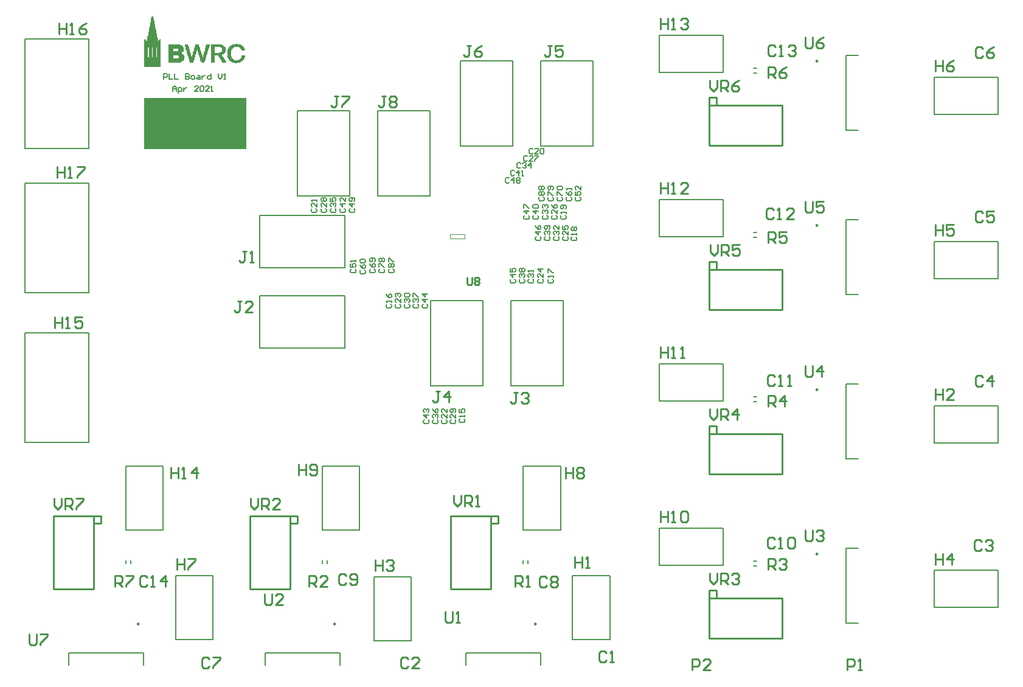
<source format=gto>
G04*
G04 #@! TF.GenerationSoftware,Altium Limited,Altium Designer,21.2.2 (38)*
G04*
G04 Layer_Color=65535*
%FSLAX25Y25*%
%MOIN*%
G70*
G04*
G04 #@! TF.SameCoordinates,52539C7D-95C9-4EB3-8E82-0DEE1B6B5610*
G04*
G04*
G04 #@! TF.FilePolarity,Positive*
G04*
G01*
G75*
%ADD10C,0.00984*%
%ADD11C,0.00200*%
%ADD12C,0.00787*%
%ADD13C,0.00600*%
%ADD14C,0.01000*%
%ADD15C,0.00500*%
%ADD16C,0.00800*%
%ADD17R,0.56500X0.28200*%
D10*
X303142Y94353D02*
X302403Y94779D01*
Y93927D01*
X303142Y94353D01*
X193113Y94353D02*
X192375Y94779D01*
Y93927D01*
X193113Y94353D01*
X457605Y132621D02*
X456866Y133047D01*
Y132195D01*
X457605Y132621D01*
Y222621D02*
X456866Y223047D01*
Y222195D01*
X457605Y222621D01*
X457605Y312621D02*
X456866Y313047D01*
Y312195D01*
X457605Y312621D01*
Y402621D02*
X456866Y403047D01*
Y402195D01*
X457605Y402621D01*
X85413Y94353D02*
X84675Y94779D01*
Y93927D01*
X85413Y94353D01*
D11*
X92794Y427025D02*
X93194Y426625D01*
X92594Y426825D02*
X92794Y427025D01*
X92394Y426625D02*
X92594Y426825D01*
X92994D02*
X93194Y426625D01*
X92594Y426825D02*
X92994D01*
X92394Y426625D02*
X93194D01*
X92394Y426425D02*
X93194D01*
X92394Y426225D02*
X93194D01*
X92394Y426025D02*
X93194D01*
X92194Y425825D02*
X93394D01*
X88425Y399525D02*
X97225D01*
X88425Y399725D02*
X97225D01*
X88425Y399925D02*
X97225D01*
X88425Y400125D02*
X97225D01*
X88425Y400325D02*
X97225D01*
X88425Y400525D02*
X97225D01*
X88425Y400725D02*
X97225D01*
X88425Y400925D02*
X97225D01*
X88425Y401125D02*
X97225D01*
X88425Y401325D02*
X97225D01*
X88425Y401525D02*
X97225D01*
X138225Y401725D02*
X139225D01*
X88425D02*
X97225D01*
X137225Y401925D02*
X140225D01*
X132825D02*
X133025D01*
X88425D02*
X97225D01*
X136625Y402125D02*
X140825D01*
X131225D02*
X133025D01*
X125025D02*
X126625D01*
X119625D02*
X121225D01*
X113425D02*
X115025D01*
X101625D02*
X108025D01*
X88425D02*
X97225D01*
X136225Y402325D02*
X141225D01*
X131225D02*
X133025D01*
X125025D02*
X126625D01*
X119625D02*
X121225D01*
X113425D02*
X115025D01*
X101625D02*
X108425D01*
X88425D02*
X97225D01*
X135825Y402525D02*
X141625D01*
X131025D02*
X132825D01*
X125025D02*
X126625D01*
X119425D02*
X121425D01*
X113425D02*
X115225D01*
X101625D02*
X108825D01*
X88425D02*
X97225D01*
X135625Y402725D02*
X141825D01*
X130825D02*
X132625D01*
X125025D02*
X126625D01*
X119425D02*
X121425D01*
X113225D02*
X115225D01*
X101625D02*
X109225D01*
X88425D02*
X97225D01*
X135425Y402925D02*
X142025D01*
X130825D02*
X132625D01*
X125025D02*
X126625D01*
X119425D02*
X121425D01*
X113225D02*
X115225D01*
X101625D02*
X109425D01*
X88425D02*
X97225D01*
X139825Y403125D02*
X142225D01*
X135225D02*
X138025D01*
X130625D02*
X132425D01*
X125025D02*
X126625D01*
X119225D02*
X121425D01*
X113225D02*
X115425D01*
X101625D02*
X109625D01*
X88425D02*
X97225D01*
X140225Y403325D02*
X142425D01*
X135025D02*
X137425D01*
X130625D02*
X132425D01*
X125025D02*
X126625D01*
X119225D02*
X121625D01*
X113025D02*
X115425D01*
X101625D02*
X109625D01*
X88425D02*
X97225D01*
X140625Y403525D02*
X142625D01*
X134825D02*
X137025D01*
X130425D02*
X132225D01*
X125025D02*
X126625D01*
X119225D02*
X121625D01*
X113025D02*
X115425D01*
X101625D02*
X109825D01*
X88425D02*
X97225D01*
X140825Y403725D02*
X142825D01*
X134825D02*
X136825D01*
X130225D02*
X132025D01*
X125025D02*
X126625D01*
X119225D02*
X121625D01*
X113025D02*
X115625D01*
X101625D02*
X110025D01*
X88425D02*
X97225D01*
X141025Y403925D02*
X142825D01*
X134625D02*
X136625D01*
X130225D02*
X132025D01*
X125025D02*
X126625D01*
X119025D02*
X121825D01*
X112825D02*
X115625D01*
X101625D02*
X110025D01*
X88425D02*
X97225D01*
X141225Y404125D02*
X143025D01*
X134625D02*
X136425D01*
X130025D02*
X131825D01*
X125025D02*
X126625D01*
X119025D02*
X121825D01*
X112825D02*
X115625D01*
X107025D02*
X110025D01*
X101625D02*
X104225D01*
X88425D02*
X97225D01*
X141425Y404325D02*
X143025D01*
X134425D02*
X136225D01*
X129825D02*
X131625D01*
X125025D02*
X126625D01*
X119025D02*
X121825D01*
X114425D02*
X115625D01*
X112825D02*
X114225D01*
X107225D02*
X110025D01*
X101625D02*
X104225D01*
X88425D02*
X97225D01*
X141625Y404525D02*
X143225D01*
X134425D02*
X136225D01*
X129825D02*
X131625D01*
X125025D02*
X126625D01*
X120425D02*
X122025D01*
X118825D02*
X120225D01*
X114425D02*
X115825D01*
X112625D02*
X114225D01*
X107425D02*
X110225D01*
X101625D02*
X104225D01*
X88425D02*
X97225D01*
X141625Y404725D02*
X143225D01*
X134225D02*
X136025D01*
X129625D02*
X131425D01*
X125025D02*
X126625D01*
X120625D02*
X122025D01*
X118825D02*
X120225D01*
X114425D02*
X115825D01*
X112625D02*
X114225D01*
X107425D02*
X110225D01*
X101625D02*
X104225D01*
X95425D02*
X97225D01*
X93225D02*
X94624D01*
X91025D02*
X92425D01*
X88425D02*
X90225D01*
X141625Y404925D02*
X143425D01*
X134225D02*
X136025D01*
X129425D02*
X131225D01*
X125025D02*
X126625D01*
X120625D02*
X122025D01*
X118825D02*
X120225D01*
X114425D02*
X115825D01*
X112625D02*
X114025D01*
X107425D02*
X110225D01*
X101625D02*
X104225D01*
X95425D02*
X97225D01*
X93225D02*
X94625D01*
X91025D02*
X92425D01*
X88425D02*
X90225D01*
X141825Y405125D02*
X143425D01*
X134225D02*
X135825D01*
X129425D02*
X131225D01*
X125025D02*
X126625D01*
X120625D02*
X122025D01*
X118625D02*
X120025D01*
X114625D02*
X116025D01*
X112625D02*
X114025D01*
X107425D02*
X110025D01*
X101625D02*
X104225D01*
X95425D02*
X97225D01*
X93225D02*
X94625D01*
X91025D02*
X92425D01*
X88425D02*
X90225D01*
X141825Y405325D02*
X143425D01*
X134225D02*
X135825D01*
X129225D02*
X131025D01*
X125025D02*
X126625D01*
X120825D02*
X122225D01*
X118625D02*
X120025D01*
X114625D02*
X116025D01*
X112425D02*
X114025D01*
X107425D02*
X110025D01*
X101625D02*
X104225D01*
X95425D02*
X97225D01*
X93225D02*
X94625D01*
X91025D02*
X92425D01*
X88425D02*
X90225D01*
X141825Y405525D02*
X143425D01*
X134025D02*
X135825D01*
X129225D02*
X130825D01*
X125025D02*
X126625D01*
X120825D02*
X122225D01*
X118625D02*
X120025D01*
X114625D02*
X116025D01*
X112425D02*
X113825D01*
X107425D02*
X110025D01*
X101625D02*
X104225D01*
X95425D02*
X97225D01*
X93225D02*
X94625D01*
X91025D02*
X92425D01*
X88425D02*
X90225D01*
X141825Y405725D02*
X142825D01*
X134025D02*
X135825D01*
X129025D02*
X130825D01*
X125025D02*
X126625D01*
X120825D02*
X122225D01*
X118425D02*
X119825D01*
X114825D02*
X116225D01*
X112425D02*
X113825D01*
X107225D02*
X109825D01*
X101625D02*
X104225D01*
X95425D02*
X97225D01*
X93225D02*
X94625D01*
X91025D02*
X92425D01*
X88425D02*
X90225D01*
X134025Y405925D02*
X135625D01*
X128825D02*
X130625D01*
X125025D02*
X126625D01*
X120825D02*
X122425D01*
X118425D02*
X119825D01*
X114825D02*
X116225D01*
X112225D02*
X113825D01*
X106625D02*
X109825D01*
X101625D02*
X104225D01*
X95425D02*
X97225D01*
X93225D02*
X94625D01*
X91025D02*
X92425D01*
X88425D02*
X90225D01*
X134025Y406125D02*
X135625D01*
X125025D02*
X130625D01*
X121025D02*
X122425D01*
X118425D02*
X119825D01*
X114825D02*
X116225D01*
X112225D02*
X113625D01*
X101625D02*
X109625D01*
X95425D02*
X97225D01*
X93225D02*
X94625D01*
X91025D02*
X92425D01*
X88425D02*
X90225D01*
X134025Y406325D02*
X135625D01*
X125025D02*
X131225D01*
X121025D02*
X122425D01*
X118225D02*
X119825D01*
X115025D02*
X116425D01*
X112225D02*
X113625D01*
X101625D02*
X109425D01*
X95425D02*
X97225D01*
X93225D02*
X94625D01*
X91025D02*
X92425D01*
X88425D02*
X90225D01*
X134025Y406525D02*
X135625D01*
X125025D02*
X131625D01*
X121025D02*
X122625D01*
X118225D02*
X119625D01*
X115025D02*
X116425D01*
X112025D02*
X113625D01*
X101625D02*
X109225D01*
X95425D02*
X97225D01*
X93225D02*
X94625D01*
X91025D02*
X92425D01*
X88425D02*
X90225D01*
X134025Y406725D02*
X135625D01*
X125025D02*
X131825D01*
X121225D02*
X122625D01*
X118225D02*
X119625D01*
X115025D02*
X116425D01*
X112025D02*
X113625D01*
X101625D02*
X108825D01*
X95425D02*
X97225D01*
X93225D02*
X94625D01*
X91025D02*
X92425D01*
X88425D02*
X90225D01*
X134025Y406925D02*
X135625D01*
X125025D02*
X132025D01*
X121225D02*
X122625D01*
X118025D02*
X119425D01*
X115025D02*
X116425D01*
X112025D02*
X113425D01*
X101625D02*
X108225D01*
X95425D02*
X97225D01*
X93225D02*
X94625D01*
X91025D02*
X92425D01*
X88425D02*
X90225D01*
X134025Y407125D02*
X135625D01*
X125025D02*
X132225D01*
X121225D02*
X122625D01*
X118025D02*
X119425D01*
X115225D02*
X116625D01*
X111825D02*
X113425D01*
X101625D02*
X108625D01*
X95425D02*
X97225D01*
X93225D02*
X94625D01*
X91025D02*
X92425D01*
X88425D02*
X90225D01*
X134025Y407325D02*
X135625D01*
X129825D02*
X132425D01*
X125025D02*
X126625D01*
X121225D02*
X122825D01*
X118025D02*
X119425D01*
X115225D02*
X116625D01*
X111825D02*
X113425D01*
X101625D02*
X108825D01*
X95425D02*
X97225D01*
X93225D02*
X94625D01*
X91025D02*
X92425D01*
X88425D02*
X90225D01*
X134025Y407525D02*
X135625D01*
X130425D02*
X132425D01*
X125025D02*
X126625D01*
X121425D02*
X122825D01*
X117825D02*
X119425D01*
X115225D02*
X116625D01*
X111825D02*
X113425D01*
X101625D02*
X109225D01*
X95425D02*
X97225D01*
X93225D02*
X94625D01*
X91025D02*
X92425D01*
X88425D02*
X90225D01*
X134025Y407725D02*
X135625D01*
X130825D02*
X132625D01*
X125025D02*
X126625D01*
X121425D02*
X122825D01*
X117825D02*
X119225D01*
X115425D02*
X116825D01*
X111825D02*
X113225D01*
X101625D02*
X109225D01*
X95425D02*
X97225D01*
X93225D02*
X94625D01*
X91025D02*
X92425D01*
X88425D02*
X90225D01*
X134025Y407925D02*
X135625D01*
X131025D02*
X132625D01*
X125025D02*
X126625D01*
X121425D02*
X123025D01*
X117825D02*
X119225D01*
X115425D02*
X116825D01*
X111625D02*
X113225D01*
X101625D02*
X109425D01*
X95425D02*
X97225D01*
X93225D02*
X94625D01*
X91025D02*
X92425D01*
X88425D02*
X90225D01*
X134025Y408125D02*
X135825D01*
X131025D02*
X132625D01*
X125025D02*
X126625D01*
X121625D02*
X123025D01*
X117625D02*
X119225D01*
X115425D02*
X116825D01*
X111625D02*
X113225D01*
X106825D02*
X109625D01*
X101625D02*
X104225D01*
X95425D02*
X97225D01*
X93225D02*
X94625D01*
X91025D02*
X92425D01*
X88425D02*
X90225D01*
X134225Y408325D02*
X135825D01*
X131225D02*
X132625D01*
X125025D02*
X126625D01*
X121625D02*
X123025D01*
X117625D02*
X119025D01*
X115625D02*
X117025D01*
X111625D02*
X113025D01*
X107025D02*
X109625D01*
X101625D02*
X104225D01*
X95425D02*
X97225D01*
X93225D02*
X94625D01*
X91025D02*
X92425D01*
X88425D02*
X90225D01*
X141825Y408525D02*
X142025D01*
X134225D02*
X135825D01*
X131225D02*
X132625D01*
X125025D02*
X126625D01*
X121625D02*
X123225D01*
X117625D02*
X119025D01*
X115625D02*
X117025D01*
X111425D02*
X113025D01*
X107225D02*
X109625D01*
X101625D02*
X104225D01*
X95425D02*
X97225D01*
X93225D02*
X94625D01*
X91025D02*
X92425D01*
X88425D02*
X90225D01*
X141825Y408725D02*
X143025D01*
X134225D02*
X136025D01*
X131225D02*
X132625D01*
X125025D02*
X126625D01*
X121625D02*
X123225D01*
X117625D02*
X119025D01*
X115625D02*
X117025D01*
X111425D02*
X113025D01*
X107225D02*
X109825D01*
X101625D02*
X104225D01*
X95425D02*
X97225D01*
X93225D02*
X94625D01*
X91025D02*
X92425D01*
X88425D02*
X90225D01*
X141625Y408925D02*
X143425D01*
X134225D02*
X136025D01*
X131225D02*
X132625D01*
X125025D02*
X126625D01*
X121825D02*
X123225D01*
X117425D02*
X118825D01*
X115825D02*
X117225D01*
X111425D02*
X113025D01*
X107225D02*
X109825D01*
X101625D02*
X104225D01*
X95425D02*
X97225D01*
X93225D02*
X94625D01*
X91025D02*
X92425D01*
X88425D02*
X90225D01*
X141625Y409125D02*
X143225D01*
X134425D02*
X136025D01*
X131225D02*
X132625D01*
X125025D02*
X126625D01*
X121825D02*
X123425D01*
X117425D02*
X118825D01*
X115825D02*
X117225D01*
X111225D02*
X112825D01*
X107225D02*
X109825D01*
X101625D02*
X104225D01*
X95425D02*
X97225D01*
X93225D02*
X94625D01*
X91025D02*
X92425D01*
X88425D02*
X90225D01*
X141425Y409325D02*
X143225D01*
X134425D02*
X136225D01*
X131025D02*
X132625D01*
X125025D02*
X126625D01*
X121825D02*
X123425D01*
X117425D02*
X118825D01*
X115825D02*
X117225D01*
X111225D02*
X112825D01*
X107025D02*
X109825D01*
X101625D02*
X104225D01*
X95425D02*
X97225D01*
X93225D02*
X94625D01*
X91025D02*
X92425D01*
X88425D02*
X90225D01*
X141425Y409525D02*
X143025D01*
X134625D02*
X136425D01*
X131025D02*
X132625D01*
X125025D02*
X126625D01*
X121825D02*
X123425D01*
X115825D02*
X118625D01*
X111225D02*
X112825D01*
X106825D02*
X109825D01*
X101625D02*
X104225D01*
X95425D02*
X97225D01*
X93225D02*
X94625D01*
X91025D02*
X92425D01*
X88425D02*
X90225D01*
X141225Y409725D02*
X143025D01*
X134625D02*
X136625D01*
X131025D02*
X132625D01*
X125025D02*
X126625D01*
X122025D02*
X123425D01*
X116025D02*
X118625D01*
X111025D02*
X112625D01*
X101625D02*
X109625D01*
X95425D02*
X97225D01*
X93225D02*
X94625D01*
X91025D02*
X92425D01*
X88425D02*
X90225D01*
X141025Y409925D02*
X142825D01*
X134825D02*
X136825D01*
X130825D02*
X132625D01*
X125025D02*
X126625D01*
X122025D02*
X123625D01*
X116025D02*
X118625D01*
X111025D02*
X112625D01*
X101625D02*
X109625D01*
X95425D02*
X97225D01*
X93225D02*
X94625D01*
X91025D02*
X92425D01*
X88425D02*
X90225D01*
X140825Y410125D02*
X142825D01*
X135025D02*
X137025D01*
X130625D02*
X132425D01*
X125025D02*
X126625D01*
X122025D02*
X123625D01*
X116025D02*
X118425D01*
X111025D02*
X112625D01*
X101625D02*
X109625D01*
X95425D02*
X97225D01*
X93225D02*
X94625D01*
X91025D02*
X92425D01*
X88425D02*
X90225D01*
X140425Y410325D02*
X142625D01*
X135025D02*
X137425D01*
X130025D02*
X132425D01*
X125025D02*
X126625D01*
X122225D02*
X123625D01*
X116225D02*
X118425D01*
X111025D02*
X112625D01*
X101625D02*
X109425D01*
X88425D02*
X97225D01*
X139825Y410525D02*
X142425D01*
X135225D02*
X137825D01*
X125025D02*
X132225D01*
X122225D02*
X123825D01*
X116225D02*
X118425D01*
X110825D02*
X112425D01*
X101625D02*
X109425D01*
X88425D02*
X97225D01*
X135425Y410725D02*
X142225D01*
X125025D02*
X132025D01*
X122225D02*
X123825D01*
X116225D02*
X118425D01*
X110825D02*
X112425D01*
X101625D02*
X109225D01*
X88425D02*
X97225D01*
X135625Y410925D02*
X142025D01*
X125025D02*
X131825D01*
X122225D02*
X123825D01*
X116425D02*
X118225D01*
X110825D02*
X112425D01*
X101625D02*
X109025D01*
X88425D02*
X97225D01*
X136025Y411125D02*
X141825D01*
X125025D02*
X131625D01*
X122425D02*
X124025D01*
X116425D02*
X118225D01*
X110625D02*
X112225D01*
X101625D02*
X108625D01*
X88425D02*
X97225D01*
X136225Y411325D02*
X141425D01*
X125025D02*
X131225D01*
X122425D02*
X124025D01*
X116425D02*
X118225D01*
X110625D02*
X112225D01*
X101625D02*
X108425D01*
X88425D02*
X97225D01*
X136625Y411525D02*
X141025D01*
X125025D02*
X130825D01*
X122425D02*
X124025D01*
X116425D02*
X118025D01*
X110625D02*
X112225D01*
X101625D02*
X107825D01*
X88425D02*
X97225D01*
X137225Y411725D02*
X140625D01*
X88425D02*
X97225D01*
X138425Y411925D02*
X139425D01*
X88425D02*
X97225D01*
X88425Y412125D02*
X97225D01*
X88425Y412325D02*
X97225D01*
X88425Y412525D02*
X97225D01*
X88425Y412725D02*
X97225D01*
X88425Y412925D02*
X97225D01*
X88425Y413125D02*
X97225D01*
X96025Y413325D02*
X97225D01*
X89825D02*
X95825D01*
X88425D02*
X89625D01*
X96025Y413525D02*
X97225D01*
X89825D02*
X95825D01*
X88425D02*
X89425D01*
X96225Y413725D02*
X97225D01*
X89825D02*
X95825D01*
X88425D02*
X89425D01*
X96425Y413925D02*
X97225D01*
X90025D02*
X95625D01*
X88425D02*
X89225D01*
X96625Y414125D02*
X97225D01*
X90025D02*
X95625D01*
X88425D02*
X89025D01*
X96825Y414325D02*
X97225D01*
X90025D02*
X95625D01*
X88425D02*
X88825D01*
X90025Y414525D02*
X95625D01*
X90025Y414725D02*
X95625D01*
X90025Y414925D02*
X95425D01*
X90225Y415125D02*
X95425D01*
X90225Y415325D02*
X95425D01*
X90225Y415525D02*
X95425D01*
X90225Y415725D02*
X95225D01*
X90225Y415925D02*
X95225D01*
X90425Y416125D02*
X95225D01*
X90425Y416325D02*
X95225D01*
X90425Y416525D02*
X95225D01*
X90425Y416725D02*
X95225D01*
X90625Y416925D02*
X95025D01*
X90625Y417125D02*
X95025D01*
X90625Y417325D02*
X95025D01*
X90625Y417525D02*
X95025D01*
X90625Y417725D02*
X95025D01*
X90825Y417925D02*
X94825D01*
X90825Y418125D02*
X94825D01*
X90825Y418325D02*
X94825D01*
X90825Y418525D02*
X94825D01*
X90825Y418725D02*
X94625D01*
X91025Y418925D02*
X94625D01*
X91025Y419125D02*
X94625D01*
X91025Y419325D02*
X94625D01*
X91025Y419525D02*
X94625D01*
X91025Y419725D02*
X94625D01*
X91225Y419925D02*
X94425D01*
X91225Y420125D02*
X94425D01*
X91225Y420325D02*
X94425D01*
X91225Y420525D02*
X94425D01*
X91225Y420725D02*
X94225D01*
X91425Y420925D02*
X94225D01*
X91425Y421125D02*
X94225D01*
X91425Y421325D02*
X94225D01*
X91425Y421525D02*
X94225D01*
X91625Y421725D02*
X94025D01*
X91625Y421925D02*
X94025D01*
X91625Y422125D02*
X94025D01*
X91625Y422325D02*
X94025D01*
X91625Y422525D02*
X94025D01*
X91625Y422725D02*
X93825D01*
X91825Y422925D02*
X93825D01*
X91825Y423125D02*
X93825D01*
X91825Y423325D02*
X93825D01*
X91825Y423525D02*
X93825D01*
X91825Y423725D02*
X93625D01*
X92025Y423925D02*
X93625D01*
X92025Y424125D02*
X93625D01*
X92025Y424325D02*
X93625D01*
X92025Y424525D02*
X93625D01*
X92225Y424725D02*
X93425D01*
X92225Y424925D02*
X93425D01*
X92194Y425425D02*
X93394D01*
X92194Y425625D02*
X93394D01*
X92194Y425225D02*
X93394D01*
X92194Y425125D02*
X93394D01*
X97025Y414525D02*
X97225Y414325D01*
X96825D02*
X97025Y414525D01*
X88625D02*
X88825Y414325D01*
X88425D02*
X88625Y414525D01*
X256101Y305154D02*
Y307654D01*
X264101D01*
Y305154D02*
Y307654D01*
X256101Y305154D02*
X264101D01*
D12*
X186200Y145731D02*
Y180731D01*
Y145731D02*
X206600D01*
Y180731D01*
X186200D02*
X206600D01*
X78500Y145731D02*
Y180731D01*
Y145731D02*
X98900D01*
Y180731D01*
X78500D02*
X98900D01*
X23200Y335555D02*
X58200D01*
X23200Y275555D02*
Y335555D01*
Y275555D02*
X58200D01*
Y335555D01*
X23200Y253647D02*
X58200D01*
X23200Y193647D02*
Y253647D01*
Y193647D02*
X58200D01*
Y253647D01*
X23200Y414555D02*
X58200D01*
X23200Y354555D02*
Y414555D01*
Y354555D02*
X58200D01*
Y414555D01*
X323228Y85731D02*
X343628D01*
X323228D02*
Y120731D01*
X343628D01*
Y85731D02*
Y120731D01*
X214447Y84900D02*
X234847D01*
X214447D02*
Y119900D01*
X234847D01*
Y84900D02*
Y119900D01*
X556400Y103300D02*
Y123700D01*
X521400Y103300D02*
X556400D01*
X521400D02*
Y123700D01*
X556400D01*
Y283300D02*
Y303700D01*
X521400Y283300D02*
X556400D01*
X521400D02*
Y303700D01*
X556400D01*
Y373300D02*
Y393700D01*
X521400Y373300D02*
X556400D01*
X521400D02*
Y393700D01*
X556400D01*
X105667Y85731D02*
X126067D01*
X105667D02*
Y120731D01*
X126067D01*
Y85731D02*
Y120731D01*
X296228Y180731D02*
X316628D01*
Y145731D02*
Y180731D01*
X296228Y145731D02*
X316628D01*
X296228D02*
Y180731D01*
X370735Y126200D02*
Y146600D01*
X405734D01*
Y126200D02*
Y146600D01*
X370735Y126200D02*
X405734D01*
X370735Y216200D02*
Y236600D01*
X405734D01*
Y216200D02*
Y236600D01*
X370735Y216200D02*
X405734D01*
X370735Y306200D02*
Y326600D01*
X405734D01*
Y306200D02*
Y326600D01*
X370735Y306200D02*
X405734D01*
X370735Y396200D02*
Y416600D01*
X405734D01*
Y396200D02*
Y416600D01*
X370735Y396200D02*
X405734D01*
X556400Y193300D02*
Y213700D01*
X521400Y193300D02*
X556400D01*
X521400D02*
Y213700D01*
X556400D01*
X264756Y78408D02*
X305701D01*
X264756Y71518D02*
Y78408D01*
X305701Y71518D02*
Y78408D01*
X154727Y78408D02*
X195672D01*
X154727Y71518D02*
Y78408D01*
X195672Y71518D02*
Y78408D01*
X473057Y94727D02*
Y135672D01*
Y94727D02*
X479947D01*
X473057Y135672D02*
X479947D01*
X473057Y184728D02*
Y225672D01*
Y184728D02*
X479947D01*
X473057Y225672D02*
X479947D01*
X473057Y274728D02*
Y315672D01*
Y274728D02*
X479947D01*
X473057Y315672D02*
X479947D01*
X473057Y364727D02*
Y405672D01*
Y364727D02*
X479947D01*
X473057Y405672D02*
X479947D01*
X47028Y78408D02*
X87972D01*
X47028Y71518D02*
Y78408D01*
X87972Y71518D02*
Y78408D01*
X422503Y218778D02*
X424078D01*
X422503Y216022D02*
X424078D01*
X422503Y306022D02*
X424078D01*
X422503Y308778D02*
X424078D01*
X422503Y398778D02*
X424078D01*
X422503Y396022D02*
X424078D01*
X422503Y128778D02*
X424078D01*
X422503Y126022D02*
X424078D01*
X188778Y127387D02*
Y128962D01*
X186022Y127387D02*
Y128962D01*
X296050Y127387D02*
Y128962D01*
X298806Y127387D02*
Y128962D01*
X81078Y127387D02*
Y128962D01*
X78322Y127387D02*
Y128962D01*
D13*
X334400Y355900D02*
Y402500D01*
X305800Y355900D02*
X334400D01*
X305800D02*
Y402500D01*
X334400D01*
X261800Y355900D02*
X290400D01*
Y402500D01*
X261800D02*
X290400D01*
X261800Y355900D02*
Y402500D01*
X318101Y224700D02*
Y271300D01*
X289501Y224700D02*
X318101D01*
X289501D02*
Y271300D01*
X318101D01*
X245501Y224700D02*
X274101D01*
Y271300D01*
X245501D02*
X274101D01*
X245501Y224700D02*
Y271300D01*
X172550Y328700D02*
Y375300D01*
X201150D01*
Y328700D02*
Y375300D01*
X172550Y328700D02*
X201150D01*
X216550Y375300D02*
X245150D01*
X216550Y328700D02*
Y375300D01*
Y328700D02*
X245150D01*
Y375300D01*
X151700Y318000D02*
X198300D01*
Y289400D02*
Y318000D01*
X151700Y289400D02*
X198300D01*
X151700D02*
Y318000D01*
X198300Y245400D02*
Y274000D01*
X151700D02*
X198300D01*
X151700Y245400D02*
Y274000D01*
Y245400D02*
X198300D01*
D14*
X282528Y149375D02*
Y153375D01*
X278528D02*
X282528D01*
Y149675D02*
X282533Y149671D01*
X278533Y149375D02*
X282533D01*
X256428Y153375D02*
X278428D01*
X256428Y113375D02*
X278428D01*
X256428D02*
Y153375D01*
X278428Y113375D02*
Y153375D01*
X172500Y149375D02*
Y153375D01*
X168500D02*
X172500D01*
Y149675D02*
X172504Y149671D01*
X168504Y149375D02*
X172504D01*
X146400Y153375D02*
X168400D01*
X146400Y113375D02*
X168400D01*
X146400D02*
Y153375D01*
X168400Y113375D02*
Y153375D01*
X398090Y112500D02*
X402090D01*
X398090Y108500D02*
Y112500D01*
X401790D02*
X401795Y112504D01*
X402090Y108504D02*
Y112504D01*
X398090Y86400D02*
Y108400D01*
X438090Y86400D02*
Y108400D01*
X398090Y86400D02*
X438090D01*
X398090Y108400D02*
X438090D01*
X398090Y202500D02*
X402090D01*
X398090Y198500D02*
Y202500D01*
X401790D02*
X401795Y202504D01*
X402090Y198504D02*
Y202504D01*
X398090Y176400D02*
Y198400D01*
X438090Y176400D02*
Y198400D01*
X398090Y176400D02*
X438090D01*
X398090Y198400D02*
X438090D01*
X398090Y292500D02*
X402090D01*
X398090Y288500D02*
Y292500D01*
X401790D02*
X401795Y292504D01*
X402090Y288504D02*
Y292504D01*
X398090Y266400D02*
Y288400D01*
X438090Y266400D02*
Y288400D01*
X398090Y266400D02*
X438090D01*
X398090Y288400D02*
X438090D01*
X398090Y382500D02*
X402090D01*
X398090Y378500D02*
Y382500D01*
X401790D02*
X401795Y382504D01*
X402090Y378504D02*
Y382504D01*
X398090Y356400D02*
Y378400D01*
X438090Y356400D02*
Y378400D01*
X398090Y356400D02*
X438090D01*
X398090Y378400D02*
X438090D01*
X64800Y149375D02*
Y153375D01*
X60800D02*
X64800D01*
Y149675D02*
X64804Y149671D01*
X60804Y149375D02*
X64804D01*
X38700Y153375D02*
X60700D01*
X38700Y113375D02*
X60700D01*
X38700D02*
Y153375D01*
X60700Y113375D02*
Y153375D01*
X173102Y181505D02*
Y175507D01*
Y178506D01*
X177100D01*
Y181505D01*
Y175507D01*
X179100Y176506D02*
X180099Y175507D01*
X182099D01*
X183098Y176506D01*
Y180505D01*
X182099Y181505D01*
X180099D01*
X179100Y180505D01*
Y179505D01*
X180099Y178506D01*
X183098D01*
X102998Y180099D02*
Y174101D01*
Y177100D01*
X106997D01*
Y180099D01*
Y174101D01*
X108996D02*
X110995D01*
X109996D01*
Y180099D01*
X108996Y179099D01*
X116993Y174101D02*
Y180099D01*
X113994Y177100D01*
X117993D01*
X40652Y344699D02*
Y338701D01*
Y341700D01*
X44651D01*
Y344699D01*
Y338701D01*
X46650D02*
X48650D01*
X47650D01*
Y344699D01*
X46650Y343699D01*
X51649Y344699D02*
X55648D01*
Y343699D01*
X51649Y339701D01*
Y338701D01*
X39602Y262449D02*
Y256451D01*
Y259450D01*
X43601D01*
Y262449D01*
Y256451D01*
X45601D02*
X47600D01*
X46600D01*
Y262449D01*
X45601Y261449D01*
X54598Y262449D02*
X50599D01*
Y259450D01*
X52598Y260450D01*
X53598D01*
X54598Y259450D01*
Y257451D01*
X53598Y256451D01*
X51599D01*
X50599Y257451D01*
X41802Y423399D02*
Y417401D01*
Y420400D01*
X45801D01*
Y423399D01*
Y417401D01*
X47800D02*
X49800D01*
X48800D01*
Y423399D01*
X47800Y422399D01*
X56798Y423399D02*
X54798Y422399D01*
X52799Y420400D01*
Y418401D01*
X53799Y417401D01*
X55798D01*
X56798Y418401D01*
Y419400D01*
X55798Y420400D01*
X52799D01*
X267300Y411099D02*
X265301D01*
X266301D01*
Y406101D01*
X265301Y405101D01*
X264301D01*
X263302Y406101D01*
X273298Y411099D02*
X271299Y410099D01*
X269300Y408100D01*
Y406101D01*
X270299Y405101D01*
X272299D01*
X273298Y406101D01*
Y407100D01*
X272299Y408100D01*
X269300D01*
X473900Y69100D02*
Y75098D01*
X476899D01*
X477899Y74098D01*
Y72099D01*
X476899Y71099D01*
X473900D01*
X479898Y69100D02*
X481897D01*
X480898D01*
Y75098D01*
X479898Y74098D01*
X388900Y69100D02*
Y75098D01*
X391899D01*
X392899Y74098D01*
Y72099D01*
X391899Y71099D01*
X388900D01*
X398897Y69100D02*
X394898D01*
X398897Y73099D01*
Y74098D01*
X397897Y75098D01*
X395898D01*
X394898Y74098D01*
X547999Y229198D02*
X546999Y230198D01*
X545000D01*
X544000Y229198D01*
Y225200D01*
X545000Y224200D01*
X546999D01*
X547999Y225200D01*
X552997Y224200D02*
Y230198D01*
X549998Y227199D01*
X553997D01*
X522000Y223098D02*
Y217100D01*
Y220099D01*
X525999D01*
Y223098D01*
Y217100D01*
X531997D02*
X527998D01*
X531997Y221099D01*
Y222098D01*
X530997Y223098D01*
X528998D01*
X527998Y222098D01*
X311899Y410998D02*
X309899D01*
X310899D01*
Y406000D01*
X309899Y405000D01*
X308900D01*
X307900Y406000D01*
X317897Y410998D02*
X313898D01*
Y407999D01*
X315897Y408999D01*
X316897D01*
X317897Y407999D01*
Y406000D01*
X316897Y405000D01*
X314898D01*
X313898Y406000D01*
X141900Y271099D02*
X139901D01*
X140901D01*
Y266101D01*
X139901Y265101D01*
X138901D01*
X137902Y266101D01*
X147898Y265101D02*
X143900D01*
X147898Y269100D01*
Y270099D01*
X146899Y271099D01*
X144899D01*
X143900Y270099D01*
X144400Y298399D02*
X142401D01*
X143400D01*
Y293401D01*
X142401Y292401D01*
X141401D01*
X140401Y293401D01*
X146399Y292401D02*
X148399D01*
X147399D01*
Y298399D01*
X146399Y297399D01*
X434201Y140499D02*
X433202Y141499D01*
X431202D01*
X430202Y140499D01*
Y136501D01*
X431202Y135501D01*
X433202D01*
X434201Y136501D01*
X436201Y135501D02*
X438200D01*
X437200D01*
Y141499D01*
X436201Y140499D01*
X441199D02*
X442199Y141499D01*
X444198D01*
X445198Y140499D01*
Y136501D01*
X444198Y135501D01*
X442199D01*
X441199Y136501D01*
Y140499D01*
X39200Y162873D02*
Y158874D01*
X41199Y156875D01*
X43199Y158874D01*
Y162873D01*
X45198Y156875D02*
Y162873D01*
X48197D01*
X49197Y161873D01*
Y159874D01*
X48197Y158874D01*
X45198D01*
X47197D02*
X49197Y156875D01*
X51196Y162873D02*
X55195D01*
Y161873D01*
X51196Y157875D01*
Y156875D01*
X398590Y391998D02*
Y387999D01*
X400590Y386000D01*
X402589Y387999D01*
Y391998D01*
X404588Y386000D02*
Y391998D01*
X407587D01*
X408587Y390998D01*
Y388999D01*
X407587Y387999D01*
X404588D01*
X406588D02*
X408587Y386000D01*
X414585Y391998D02*
X412586Y390998D01*
X410587Y388999D01*
Y387000D01*
X411586Y386000D01*
X413586D01*
X414585Y387000D01*
Y387999D01*
X413586Y388999D01*
X410587D01*
X398635Y301998D02*
Y297999D01*
X400634Y296000D01*
X402633Y297999D01*
Y301998D01*
X404633Y296000D02*
Y301998D01*
X407632D01*
X408631Y300998D01*
Y298999D01*
X407632Y297999D01*
X404633D01*
X406632D02*
X408631Y296000D01*
X414629Y301998D02*
X410631D01*
Y298999D01*
X412630Y299999D01*
X413630D01*
X414629Y298999D01*
Y297000D01*
X413630Y296000D01*
X411630D01*
X410631Y297000D01*
X398565Y211998D02*
Y207999D01*
X400564Y206000D01*
X402564Y207999D01*
Y211998D01*
X404563Y206000D02*
Y211998D01*
X407562D01*
X408562Y210998D01*
Y208999D01*
X407562Y207999D01*
X404563D01*
X406563D02*
X408562Y206000D01*
X413560D02*
Y211998D01*
X410561Y208999D01*
X414560D01*
X398600Y121998D02*
Y117999D01*
X400599Y116000D01*
X402599Y117999D01*
Y121998D01*
X404598Y116000D02*
Y121998D01*
X407597D01*
X408597Y120998D01*
Y118999D01*
X407597Y117999D01*
X404598D01*
X406597D02*
X408597Y116000D01*
X410596Y120998D02*
X411596Y121998D01*
X413595D01*
X414595Y120998D01*
Y119999D01*
X413595Y118999D01*
X412596D01*
X413595D01*
X414595Y117999D01*
Y117000D01*
X413595Y116000D01*
X411596D01*
X410596Y117000D01*
X146900Y162829D02*
Y158830D01*
X148899Y156831D01*
X150899Y158830D01*
Y162829D01*
X152898Y156831D02*
Y162829D01*
X155897D01*
X156897Y161829D01*
Y159830D01*
X155897Y158830D01*
X152898D01*
X154897D02*
X156897Y156831D01*
X162895D02*
X158896D01*
X162895Y160829D01*
Y161829D01*
X161895Y162829D01*
X159896D01*
X158896Y161829D01*
X258262Y164474D02*
Y160475D01*
X260261Y158476D01*
X262261Y160475D01*
Y164474D01*
X264260Y158476D02*
Y164474D01*
X267259D01*
X268259Y163474D01*
Y161475D01*
X267259Y160475D01*
X264260D01*
X266259D02*
X268259Y158476D01*
X270258D02*
X272257D01*
X271258D01*
Y164474D01*
X270258Y163474D01*
X265482Y284094D02*
Y280761D01*
X266149Y280095D01*
X267481D01*
X268148Y280761D01*
Y284094D01*
X269481Y283427D02*
X270147Y284094D01*
X271480D01*
X272147Y283427D01*
Y282761D01*
X271480Y282094D01*
X272147Y281428D01*
Y280761D01*
X271480Y280095D01*
X270147D01*
X269481Y280761D01*
Y281428D01*
X270147Y282094D01*
X269481Y282761D01*
Y283427D01*
X270147Y282094D02*
X271480D01*
X25502Y88730D02*
Y83731D01*
X26501Y82732D01*
X28501D01*
X29500Y83731D01*
Y88730D01*
X31500D02*
X35498D01*
Y87730D01*
X31500Y83731D01*
Y82732D01*
X450690Y415798D02*
Y410800D01*
X451690Y409800D01*
X453689D01*
X454689Y410800D01*
Y415798D01*
X460687D02*
X458688Y414798D01*
X456688Y412799D01*
Y410800D01*
X457688Y409800D01*
X459688D01*
X460687Y410800D01*
Y411799D01*
X459688Y412799D01*
X456688D01*
X450735Y325798D02*
Y320800D01*
X451734Y319800D01*
X453733D01*
X454733Y320800D01*
Y325798D01*
X460731D02*
X456733D01*
Y322799D01*
X458732Y323799D01*
X459732D01*
X460731Y322799D01*
Y320800D01*
X459732Y319800D01*
X457732D01*
X456733Y320800D01*
X450765Y235798D02*
Y230800D01*
X451765Y229800D01*
X453764D01*
X454764Y230800D01*
Y235798D01*
X459762Y229800D02*
Y235798D01*
X456763Y232799D01*
X460762D01*
X450700Y145798D02*
Y140800D01*
X451700Y139800D01*
X453699D01*
X454699Y140800D01*
Y145798D01*
X456698Y144798D02*
X457698Y145798D01*
X459697D01*
X460697Y144798D01*
Y143799D01*
X459697Y142799D01*
X458697D01*
X459697D01*
X460697Y141799D01*
Y140800D01*
X459697Y139800D01*
X457698D01*
X456698Y140800D01*
X154600Y110729D02*
Y105730D01*
X155600Y104731D01*
X157599D01*
X158599Y105730D01*
Y110729D01*
X164597Y104731D02*
X160598D01*
X164597Y108729D01*
Y109729D01*
X163597Y110729D01*
X161598D01*
X160598Y109729D01*
X253461Y100875D02*
Y95877D01*
X254461Y94877D01*
X256460D01*
X257460Y95877D01*
Y100875D01*
X259459Y94877D02*
X261458D01*
X260459D01*
Y100875D01*
X259459Y99875D01*
X72502Y114732D02*
Y120730D01*
X75501D01*
X76500Y119730D01*
Y117731D01*
X75501Y116731D01*
X72502D01*
X74501D02*
X76500Y114732D01*
X78500Y120730D02*
X82498D01*
Y119730D01*
X78500Y115731D01*
Y114732D01*
X430502Y393251D02*
Y399249D01*
X433501D01*
X434500Y398249D01*
Y396250D01*
X433501Y395250D01*
X430502D01*
X432501D02*
X434500Y393251D01*
X440498Y399249D02*
X438499Y398249D01*
X436500Y396250D01*
Y394251D01*
X437499Y393251D01*
X439499D01*
X440498Y394251D01*
Y395250D01*
X439499Y396250D01*
X436500D01*
X430502Y303101D02*
Y309099D01*
X433501D01*
X434500Y308099D01*
Y306100D01*
X433501Y305100D01*
X430502D01*
X432501D02*
X434500Y303101D01*
X440498Y309099D02*
X436500D01*
Y306100D01*
X438499Y307100D01*
X439499D01*
X440498Y306100D01*
Y304101D01*
X439499Y303101D01*
X437499D01*
X436500Y304101D01*
X430302Y213217D02*
Y219215D01*
X433301D01*
X434300Y218215D01*
Y216216D01*
X433301Y215216D01*
X430302D01*
X432301D02*
X434300Y213217D01*
X439299D02*
Y219215D01*
X436300Y216216D01*
X440298D01*
X178765Y114732D02*
Y120730D01*
X181764D01*
X182763Y119730D01*
Y117731D01*
X181764Y116731D01*
X178765D01*
X180764D02*
X182763Y114732D01*
X188761D02*
X184763D01*
X188761Y118730D01*
Y119730D01*
X187762Y120730D01*
X185762D01*
X184763Y119730D01*
X430602Y123901D02*
Y129899D01*
X433601D01*
X434600Y128899D01*
Y126900D01*
X433601Y125900D01*
X430602D01*
X432601D02*
X434600Y123901D01*
X436600Y128899D02*
X437599Y129899D01*
X439599D01*
X440598Y128899D01*
Y127900D01*
X439599Y126900D01*
X438599D01*
X439599D01*
X440598Y125900D01*
Y124901D01*
X439599Y123901D01*
X437599D01*
X436600Y124901D01*
X291861Y114477D02*
Y120475D01*
X294860D01*
X295860Y119475D01*
Y117476D01*
X294860Y116476D01*
X291861D01*
X293860D02*
X295860Y114477D01*
X297859D02*
X299858D01*
X298859D01*
Y120475D01*
X297859Y119475D01*
X220950Y383399D02*
X218951D01*
X219951D01*
Y378401D01*
X218951Y377401D01*
X217951D01*
X216952Y378401D01*
X222950Y382399D02*
X223949Y383399D01*
X225949D01*
X226948Y382399D01*
Y381400D01*
X225949Y380400D01*
X226948Y379400D01*
Y378401D01*
X225949Y377401D01*
X223949D01*
X222950Y378401D01*
Y379400D01*
X223949Y380400D01*
X222950Y381400D01*
Y382399D01*
X223949Y380400D02*
X225949D01*
X194850Y383299D02*
X192851D01*
X193851D01*
Y378301D01*
X192851Y377301D01*
X191851D01*
X190852Y378301D01*
X196850Y383299D02*
X200848D01*
Y382299D01*
X196850Y378301D01*
Y377301D01*
X250302Y221499D02*
X248302D01*
X249302D01*
Y216501D01*
X248302Y215501D01*
X247303D01*
X246303Y216501D01*
X255300Y215501D02*
Y221499D01*
X252301Y218500D01*
X256300D01*
X293201Y220899D02*
X291202D01*
X292202D01*
Y215901D01*
X291202Y214901D01*
X290202D01*
X289203Y215901D01*
X295201Y219899D02*
X296201Y220899D01*
X298200D01*
X299200Y219899D01*
Y218900D01*
X298200Y217900D01*
X297200D01*
X298200D01*
X299200Y216900D01*
Y215901D01*
X298200Y214901D01*
X296201D01*
X295201Y215901D01*
X371390Y425998D02*
Y420000D01*
Y422999D01*
X375389D01*
Y425998D01*
Y420000D01*
X377388D02*
X379388D01*
X378388D01*
Y425998D01*
X377388Y424998D01*
X382387D02*
X383386Y425998D01*
X385386D01*
X386385Y424998D01*
Y423999D01*
X385386Y422999D01*
X384386D01*
X385386D01*
X386385Y421999D01*
Y421000D01*
X385386Y420000D01*
X383386D01*
X382387Y421000D01*
X371335Y335998D02*
Y330000D01*
Y332999D01*
X375333D01*
Y335998D01*
Y330000D01*
X377332D02*
X379332D01*
X378332D01*
Y335998D01*
X377332Y334998D01*
X386330Y330000D02*
X382331D01*
X386330Y333999D01*
Y334998D01*
X385330Y335998D01*
X383331D01*
X382331Y334998D01*
X371365Y245998D02*
Y240000D01*
Y242999D01*
X375364D01*
Y245998D01*
Y240000D01*
X377363D02*
X379363D01*
X378363D01*
Y245998D01*
X377363Y244998D01*
X382362Y240000D02*
X384361D01*
X383361D01*
Y245998D01*
X382362Y244998D01*
X371300Y155998D02*
Y150000D01*
Y152999D01*
X375299D01*
Y155998D01*
Y150000D01*
X377298D02*
X379297D01*
X378298D01*
Y155998D01*
X377298Y154998D01*
X382296D02*
X383296Y155998D01*
X385296D01*
X386295Y154998D01*
Y151000D01*
X385296Y150000D01*
X383296D01*
X382296Y151000D01*
Y154998D01*
X319352Y179899D02*
Y173901D01*
Y176900D01*
X323350D01*
Y179899D01*
Y173901D01*
X325350Y178899D02*
X326349Y179899D01*
X328349D01*
X329348Y178899D01*
Y177900D01*
X328349Y176900D01*
X329348Y175900D01*
Y174901D01*
X328349Y173901D01*
X326349D01*
X325350Y174901D01*
Y175900D01*
X326349Y176900D01*
X325350Y177900D01*
Y178899D01*
X326349Y176900D02*
X328349D01*
X106300Y130073D02*
Y124075D01*
Y127074D01*
X110299D01*
Y130073D01*
Y124075D01*
X112298Y130073D02*
X116297D01*
Y129073D01*
X112298Y125075D01*
Y124075D01*
X522000Y403098D02*
Y397100D01*
Y400099D01*
X525999D01*
Y403098D01*
Y397100D01*
X531997Y403098D02*
X529997Y402098D01*
X527998Y400099D01*
Y398100D01*
X528998Y397100D01*
X530997D01*
X531997Y398100D01*
Y399099D01*
X530997Y400099D01*
X527998D01*
X522000Y313098D02*
Y307100D01*
Y310099D01*
X525999D01*
Y313098D01*
Y307100D01*
X531997Y313098D02*
X527998D01*
Y310099D01*
X529997Y311099D01*
X530997D01*
X531997Y310099D01*
Y308100D01*
X530997Y307100D01*
X528998D01*
X527998Y308100D01*
X522202Y132499D02*
Y126501D01*
Y129500D01*
X526200D01*
Y132499D01*
Y126501D01*
X531199D02*
Y132499D01*
X528200Y129500D01*
X532198D01*
X215048Y129298D02*
Y123300D01*
Y126299D01*
X219046D01*
Y129298D01*
Y123300D01*
X221045Y128298D02*
X222045Y129298D01*
X224045D01*
X225044Y128298D01*
Y127299D01*
X224045Y126299D01*
X223045D01*
X224045D01*
X225044Y125299D01*
Y124300D01*
X224045Y123300D01*
X222045D01*
X221045Y124300D01*
X324330Y131130D02*
Y125132D01*
Y128131D01*
X328328D01*
Y131130D01*
Y125132D01*
X330328D02*
X332327D01*
X331327D01*
Y131130D01*
X330328Y130130D01*
X90001Y119730D02*
X89001Y120730D01*
X87002D01*
X86002Y119730D01*
Y115731D01*
X87002Y114732D01*
X89001D01*
X90001Y115731D01*
X92001Y114732D02*
X94000D01*
X93000D01*
Y120730D01*
X92001Y119730D01*
X99998Y114732D02*
Y120730D01*
X96999Y117731D01*
X100998D01*
X434301Y410399D02*
X433301Y411399D01*
X431302D01*
X430302Y410399D01*
Y406401D01*
X431302Y405401D01*
X433301D01*
X434301Y406401D01*
X436301Y405401D02*
X438300D01*
X437300D01*
Y411399D01*
X436301Y410399D01*
X441299D02*
X442299Y411399D01*
X444298D01*
X445298Y410399D01*
Y409400D01*
X444298Y408400D01*
X443298D01*
X444298D01*
X445298Y407400D01*
Y406401D01*
X444298Y405401D01*
X442299D01*
X441299Y406401D01*
X433501Y320849D02*
X432502Y321849D01*
X430502D01*
X429502Y320849D01*
Y316851D01*
X430502Y315851D01*
X432502D01*
X433501Y316851D01*
X435500Y315851D02*
X437500D01*
X436500D01*
Y321849D01*
X435500Y320849D01*
X444498Y315851D02*
X440499D01*
X444498Y319850D01*
Y320849D01*
X443498Y321849D01*
X441499D01*
X440499Y320849D01*
X434101Y229499D02*
X433101Y230499D01*
X431102D01*
X430102Y229499D01*
Y225501D01*
X431102Y224501D01*
X433101D01*
X434101Y225501D01*
X436100Y224501D02*
X438099D01*
X437100D01*
Y230499D01*
X436100Y229499D01*
X441098Y224501D02*
X443098D01*
X442098D01*
Y230499D01*
X441098Y229499D01*
X199200Y120730D02*
X198201Y121730D01*
X196201D01*
X195202Y120730D01*
Y116731D01*
X196201Y115732D01*
X198201D01*
X199200Y116731D01*
X201200D02*
X202199Y115732D01*
X204199D01*
X205198Y116731D01*
Y120730D01*
X204199Y121730D01*
X202199D01*
X201200Y120730D01*
Y119730D01*
X202199Y118731D01*
X205198D01*
X309160Y119175D02*
X308160Y120175D01*
X306161D01*
X305161Y119175D01*
Y115177D01*
X306161Y114177D01*
X308160D01*
X309160Y115177D01*
X311159Y119175D02*
X312159Y120175D01*
X314158D01*
X315158Y119175D01*
Y118176D01*
X314158Y117176D01*
X315158Y116176D01*
Y115177D01*
X314158Y114177D01*
X312159D01*
X311159Y115177D01*
Y116176D01*
X312159Y117176D01*
X311159Y118176D01*
Y119175D01*
X312159Y117176D02*
X314158D01*
X124199Y75042D02*
X123199Y76042D01*
X121200D01*
X120200Y75042D01*
Y71044D01*
X121200Y70044D01*
X123199D01*
X124199Y71044D01*
X126198Y76042D02*
X130197D01*
Y75042D01*
X126198Y71044D01*
Y70044D01*
X547999Y409198D02*
X546999Y410198D01*
X545000D01*
X544000Y409198D01*
Y405200D01*
X545000Y404200D01*
X546999D01*
X547999Y405200D01*
X553997Y410198D02*
X551997Y409198D01*
X549998Y407199D01*
Y405200D01*
X550998Y404200D01*
X552997D01*
X553997Y405200D01*
Y406199D01*
X552997Y407199D01*
X549998D01*
X547999Y319198D02*
X546999Y320198D01*
X545000D01*
X544000Y319198D01*
Y315200D01*
X545000Y314200D01*
X546999D01*
X547999Y315200D01*
X553997Y320198D02*
X549998D01*
Y317199D01*
X551997Y318199D01*
X552997D01*
X553997Y317199D01*
Y315200D01*
X552997Y314200D01*
X550998D01*
X549998Y315200D01*
X547500Y139199D02*
X546501Y140199D01*
X544501D01*
X543502Y139199D01*
Y135201D01*
X544501Y134201D01*
X546501D01*
X547500Y135201D01*
X549500Y139199D02*
X550499Y140199D01*
X552499D01*
X553498Y139199D01*
Y138200D01*
X552499Y137200D01*
X551499D01*
X552499D01*
X553498Y136200D01*
Y135201D01*
X552499Y134201D01*
X550499D01*
X549500Y135201D01*
X233063Y75098D02*
X232063Y76098D01*
X230064D01*
X229064Y75098D01*
Y71100D01*
X230064Y70100D01*
X232063D01*
X233063Y71100D01*
X239061Y70100D02*
X235062D01*
X239061Y74099D01*
Y75098D01*
X238061Y76098D01*
X236062D01*
X235062Y75098D01*
X341684Y78299D02*
X340685Y79299D01*
X338685D01*
X337685Y78299D01*
Y74301D01*
X338685Y73301D01*
X340685D01*
X341684Y74301D01*
X343684Y73301D02*
X345683D01*
X344683D01*
Y79299D01*
X343684Y78299D01*
D15*
X99150Y392550D02*
Y395549D01*
X100649D01*
X101149Y395049D01*
Y394050D01*
X100649Y393550D01*
X99150D01*
X102149Y395549D02*
Y392550D01*
X104148D01*
X105148Y395549D02*
Y392550D01*
X107147D01*
X111146Y395549D02*
Y392550D01*
X112646D01*
X113145Y393050D01*
Y393550D01*
X112646Y394050D01*
X111146D01*
X112646D01*
X113145Y394549D01*
Y395049D01*
X112646Y395549D01*
X111146D01*
X114645Y392550D02*
X115645D01*
X116145Y393050D01*
Y394050D01*
X115645Y394549D01*
X114645D01*
X114145Y394050D01*
Y393050D01*
X114645Y392550D01*
X117644Y394549D02*
X118644D01*
X119143Y394050D01*
Y392550D01*
X117644D01*
X117144Y393050D01*
X117644Y393550D01*
X119143D01*
X120143Y394549D02*
Y392550D01*
Y393550D01*
X120643Y394050D01*
X121143Y394549D01*
X121643D01*
X125142Y395549D02*
Y392550D01*
X123642D01*
X123142Y393050D01*
Y394050D01*
X123642Y394549D01*
X125142D01*
X129140Y395549D02*
Y393550D01*
X130140Y392550D01*
X131140Y393550D01*
Y395549D01*
X132139Y392550D02*
X133139D01*
X132639D01*
Y395549D01*
X132139Y395049D01*
X104125Y385825D02*
Y387824D01*
X105125Y388824D01*
X106124Y387824D01*
Y385825D01*
Y387325D01*
X104125D01*
X107124Y384825D02*
Y387824D01*
X108624D01*
X109123Y387325D01*
Y386325D01*
X108624Y385825D01*
X107124D01*
X110123Y387824D02*
Y385825D01*
Y386825D01*
X110623Y387325D01*
X111123Y387824D01*
X111623D01*
X118121Y385825D02*
X116121D01*
X118121Y387824D01*
Y388324D01*
X117621Y388824D01*
X116621D01*
X116121Y388324D01*
X119120D02*
X119620Y388824D01*
X120620D01*
X121119Y388324D01*
Y386325D01*
X120620Y385825D01*
X119620D01*
X119120Y386325D01*
Y388324D01*
X124118Y385825D02*
X122119D01*
X124118Y387824D01*
Y388324D01*
X123619Y388824D01*
X122619D01*
X122119Y388324D01*
X125118Y385825D02*
X126118D01*
X125618D01*
Y388824D01*
X125118Y388324D01*
D16*
X325237Y328002D02*
X324737Y327502D01*
Y326503D01*
X325237Y326003D01*
X327236D01*
X327736Y326503D01*
Y327502D01*
X327236Y328002D01*
X324737Y331001D02*
Y329002D01*
X326236D01*
X325736Y330002D01*
Y330502D01*
X326236Y331001D01*
X327236D01*
X327736Y330502D01*
Y329502D01*
X327236Y329002D01*
X327736Y334000D02*
Y332001D01*
X325736Y334000D01*
X325237D01*
X324737Y333501D01*
Y332501D01*
X325237Y332001D01*
X320236Y328002D02*
X319737Y327502D01*
Y326503D01*
X320236Y326003D01*
X322236D01*
X322736Y326503D01*
Y327502D01*
X322236Y328002D01*
X319737Y331001D02*
X320236Y330002D01*
X321236Y329002D01*
X322236D01*
X322736Y329502D01*
Y330502D01*
X322236Y331001D01*
X321736D01*
X321236Y330502D01*
Y329002D01*
X322736Y332001D02*
Y333001D01*
Y332501D01*
X319737D01*
X320236Y332001D01*
X315236Y328002D02*
X314737Y327502D01*
Y326503D01*
X315236Y326003D01*
X317236D01*
X317736Y326503D01*
Y327502D01*
X317236Y328002D01*
X314737Y329002D02*
Y331001D01*
X315236D01*
X317236Y329002D01*
X317736D01*
X315236Y332001D02*
X314737Y332501D01*
Y333501D01*
X315236Y334000D01*
X317236D01*
X317736Y333501D01*
Y332501D01*
X317236Y332001D01*
X315236D01*
X310237Y328002D02*
X309737Y327502D01*
Y326503D01*
X310237Y326003D01*
X312236D01*
X312736Y326503D01*
Y327502D01*
X312236Y328002D01*
X309737Y329002D02*
Y331001D01*
X310237D01*
X312236Y329002D01*
X312736D01*
X312236Y332001D02*
X312736Y332501D01*
Y333501D01*
X312236Y334000D01*
X310237D01*
X309737Y333501D01*
Y332501D01*
X310237Y332001D01*
X310736D01*
X311236Y332501D01*
Y334000D01*
X305237Y328002D02*
X304737Y327502D01*
Y326503D01*
X305237Y326003D01*
X307236D01*
X307736Y326503D01*
Y327502D01*
X307236Y328002D01*
X305237Y329002D02*
X304737Y329502D01*
Y330502D01*
X305237Y331001D01*
X305736D01*
X306236Y330502D01*
X306736Y331001D01*
X307236D01*
X307736Y330502D01*
Y329502D01*
X307236Y329002D01*
X306736D01*
X306236Y329502D01*
X305736Y329002D01*
X305237D01*
X306236Y329502D02*
Y330502D01*
X305237Y332001D02*
X304737Y332501D01*
Y333501D01*
X305237Y334000D01*
X305736D01*
X306236Y333501D01*
X306736Y334000D01*
X307236D01*
X307736Y333501D01*
Y332501D01*
X307236Y332001D01*
X306736D01*
X306236Y332501D01*
X305736Y332001D01*
X305237D01*
X306236Y332501D02*
Y333501D01*
X317250Y318085D02*
X316750Y317585D01*
Y316586D01*
X317250Y316086D01*
X319249D01*
X319749Y316586D01*
Y317585D01*
X319249Y318085D01*
X319749Y319085D02*
Y320085D01*
Y319585D01*
X316750D01*
X317250Y319085D01*
X319249Y321584D02*
X319749Y322084D01*
Y323084D01*
X319249Y323584D01*
X317250D01*
X316750Y323084D01*
Y322084D01*
X317250Y321584D01*
X317750D01*
X318250Y322084D01*
Y323584D01*
X312188Y317835D02*
X311688Y317336D01*
Y316336D01*
X312188Y315836D01*
X314187D01*
X314687Y316336D01*
Y317336D01*
X314187Y317835D01*
X314687Y320834D02*
Y318835D01*
X312687Y320834D01*
X312188D01*
X311688Y320335D01*
Y319335D01*
X312188Y318835D01*
X311688Y323833D02*
X312188Y322834D01*
X313187Y321834D01*
X314187D01*
X314687Y322334D01*
Y323334D01*
X314187Y323833D01*
X313687D01*
X313187Y323334D01*
Y321834D01*
X307125Y317835D02*
X306625Y317336D01*
Y316336D01*
X307125Y315836D01*
X309124D01*
X309624Y316336D01*
Y317336D01*
X309124Y317835D01*
X307125Y318835D02*
X306625Y319335D01*
Y320335D01*
X307125Y320834D01*
X307625D01*
X308125Y320335D01*
Y319835D01*
Y320335D01*
X308625Y320834D01*
X309124D01*
X309624Y320335D01*
Y319335D01*
X309124Y318835D01*
X307125Y321834D02*
X306625Y322334D01*
Y323334D01*
X307125Y323833D01*
X307625D01*
X308125Y323334D01*
Y322834D01*
Y323334D01*
X308625Y323833D01*
X309124D01*
X309624Y323334D01*
Y322334D01*
X309124Y321834D01*
X302063Y317835D02*
X301563Y317336D01*
Y316336D01*
X302063Y315836D01*
X304062D01*
X304562Y316336D01*
Y317336D01*
X304062Y317835D01*
X304562Y320335D02*
X301563D01*
X303062Y318835D01*
Y320834D01*
X302063Y321834D02*
X301563Y322334D01*
Y323334D01*
X302063Y323833D01*
X304062D01*
X304562Y323334D01*
Y322334D01*
X304062Y321834D01*
X302063D01*
X297000Y317835D02*
X296500Y317336D01*
Y316336D01*
X297000Y315836D01*
X298999D01*
X299499Y316336D01*
Y317336D01*
X298999Y317835D01*
X299499Y320335D02*
X296500D01*
X298000Y318835D01*
Y320834D01*
X296500Y321834D02*
Y323833D01*
X297000D01*
X298999Y321834D01*
X299499D01*
X201978Y288482D02*
X201478Y287982D01*
Y286982D01*
X201978Y286483D01*
X203977D01*
X204477Y286982D01*
Y287982D01*
X203977Y288482D01*
X201478Y291481D02*
Y289482D01*
X202978D01*
X202478Y290481D01*
Y290981D01*
X202978Y291481D01*
X203977D01*
X204477Y290981D01*
Y289981D01*
X203977Y289482D01*
X204477Y292481D02*
Y293480D01*
Y292981D01*
X201478D01*
X201978Y292481D01*
X207228Y287982D02*
X206728Y287482D01*
Y286483D01*
X207228Y285983D01*
X209227D01*
X209727Y286483D01*
Y287482D01*
X209227Y287982D01*
X206728Y290981D02*
X207228Y289981D01*
X208228Y288982D01*
X209227D01*
X209727Y289482D01*
Y290481D01*
X209227Y290981D01*
X208728D01*
X208228Y290481D01*
Y288982D01*
X207228Y291981D02*
X206728Y292481D01*
Y293480D01*
X207228Y293980D01*
X209227D01*
X209727Y293480D01*
Y292481D01*
X209227Y291981D01*
X207228D01*
X212478Y288482D02*
X211978Y287982D01*
Y286982D01*
X212478Y286483D01*
X214477D01*
X214977Y286982D01*
Y287982D01*
X214477Y288482D01*
X211978Y291481D02*
X212478Y290481D01*
X213478Y289482D01*
X214477D01*
X214977Y289981D01*
Y290981D01*
X214477Y291481D01*
X213978D01*
X213478Y290981D01*
Y289482D01*
X214477Y292481D02*
X214977Y292980D01*
Y293980D01*
X214477Y294480D01*
X212478D01*
X211978Y293980D01*
Y292980D01*
X212478Y292481D01*
X212978D01*
X213478Y292980D01*
Y294480D01*
X217728Y288482D02*
X217228Y287982D01*
Y286982D01*
X217728Y286483D01*
X219727D01*
X220227Y286982D01*
Y287982D01*
X219727Y288482D01*
X217228Y289482D02*
Y291481D01*
X217728D01*
X219727Y289482D01*
X220227D01*
X217728Y292481D02*
X217228Y292980D01*
Y293980D01*
X217728Y294480D01*
X218228D01*
X218728Y293980D01*
X219228Y294480D01*
X219727D01*
X220227Y293980D01*
Y292980D01*
X219727Y292481D01*
X219228D01*
X218728Y292980D01*
X218228Y292481D01*
X217728D01*
X218728Y292980D02*
Y293980D01*
X222864Y288482D02*
X222364Y287982D01*
Y286982D01*
X222864Y286483D01*
X224863D01*
X225363Y286982D01*
Y287982D01*
X224863Y288482D01*
X222864Y289482D02*
X222364Y289981D01*
Y290981D01*
X222864Y291481D01*
X223363D01*
X223863Y290981D01*
X224363Y291481D01*
X224863D01*
X225363Y290981D01*
Y289981D01*
X224863Y289482D01*
X224363D01*
X223863Y289981D01*
X223363Y289482D01*
X222864D01*
X223863Y289981D02*
Y290981D01*
X222364Y292481D02*
Y294480D01*
X222864D01*
X224863Y292481D01*
X225363D01*
X201417Y321773D02*
X200918Y321274D01*
Y320274D01*
X201417Y319774D01*
X203417D01*
X203917Y320274D01*
Y321274D01*
X203417Y321773D01*
X203917Y324273D02*
X200918D01*
X202417Y322773D01*
Y324772D01*
X203417Y325772D02*
X203917Y326272D01*
Y327272D01*
X203417Y327771D01*
X201417D01*
X200918Y327272D01*
Y326272D01*
X201417Y325772D01*
X201917D01*
X202417Y326272D01*
Y327771D01*
X288471Y338160D02*
X287971Y338660D01*
X286972D01*
X286472Y338160D01*
Y336161D01*
X286972Y335661D01*
X287971D01*
X288471Y336161D01*
X290970Y335661D02*
Y338660D01*
X289471Y337161D01*
X291470D01*
X292470Y338160D02*
X292970Y338660D01*
X293969D01*
X294469Y338160D01*
Y337661D01*
X293969Y337161D01*
X294469Y336661D01*
Y336161D01*
X293969Y335661D01*
X292970D01*
X292470Y336161D01*
Y336661D01*
X292970Y337161D01*
X292470Y337661D01*
Y338160D01*
X292970Y337161D02*
X293969D01*
X303365Y306367D02*
X302865Y305867D01*
Y304867D01*
X303365Y304367D01*
X305365D01*
X305864Y304867D01*
Y305867D01*
X305365Y306367D01*
X305864Y308866D02*
X302865D01*
X304365Y307366D01*
Y309366D01*
X302865Y312365D02*
X303365Y311365D01*
X304365Y310365D01*
X305365D01*
X305864Y310865D01*
Y311865D01*
X305365Y312365D01*
X304865D01*
X304365Y311865D01*
Y310365D01*
X289587Y283115D02*
X289087Y282615D01*
Y281616D01*
X289587Y281116D01*
X291586D01*
X292086Y281616D01*
Y282615D01*
X291586Y283115D01*
X292086Y285614D02*
X289087D01*
X290587Y284115D01*
Y286114D01*
X289087Y289113D02*
Y287114D01*
X290587D01*
X290087Y288114D01*
Y288613D01*
X290587Y289113D01*
X291586D01*
X292086Y288613D01*
Y287614D01*
X291586Y287114D01*
X241400Y269401D02*
X240900Y268901D01*
Y267901D01*
X241400Y267401D01*
X243400D01*
X243899Y267901D01*
Y268901D01*
X243400Y269401D01*
X243899Y271900D02*
X240900D01*
X242400Y270400D01*
Y272400D01*
X243899Y274899D02*
X240900D01*
X242400Y273399D01*
Y275399D01*
X242056Y205969D02*
X241556Y205469D01*
Y204470D01*
X242056Y203970D01*
X244056D01*
X244555Y204470D01*
Y205469D01*
X244056Y205969D01*
X244555Y208469D02*
X241556D01*
X243056Y206969D01*
Y208968D01*
X242056Y209968D02*
X241556Y210468D01*
Y211468D01*
X242056Y211967D01*
X242556D01*
X243056Y211468D01*
Y210968D01*
Y211468D01*
X243556Y211967D01*
X244056D01*
X244555Y211468D01*
Y210468D01*
X244056Y209968D01*
X196213Y321773D02*
X195713Y321274D01*
Y320274D01*
X196213Y319774D01*
X198212D01*
X198712Y320274D01*
Y321274D01*
X198212Y321773D01*
X198712Y324273D02*
X195713D01*
X197213Y322773D01*
Y324772D01*
X198712Y327771D02*
Y325772D01*
X196713Y327771D01*
X196213D01*
X195713Y327272D01*
Y326272D01*
X196213Y325772D01*
X291291Y342161D02*
X290791Y342660D01*
X289791D01*
X289292Y342161D01*
Y340161D01*
X289791Y339661D01*
X290791D01*
X291291Y340161D01*
X293790Y339661D02*
Y342660D01*
X292291Y341161D01*
X294290D01*
X295290Y339661D02*
X296289D01*
X295790D01*
Y342660D01*
X295290Y342161D01*
X308365Y306367D02*
X307865Y305867D01*
Y304867D01*
X308365Y304367D01*
X310365D01*
X310864Y304867D01*
Y305867D01*
X310365Y306367D01*
X308365Y307366D02*
X307865Y307866D01*
Y308866D01*
X308365Y309366D01*
X308865D01*
X309365Y308866D01*
Y308366D01*
Y308866D01*
X309865Y309366D01*
X310365D01*
X310864Y308866D01*
Y307866D01*
X310365Y307366D01*
Y310365D02*
X310864Y310865D01*
Y311865D01*
X310365Y312365D01*
X308365D01*
X307865Y311865D01*
Y310865D01*
X308365Y310365D01*
X308865D01*
X309365Y310865D01*
Y312365D01*
X294587Y283115D02*
X294087Y282615D01*
Y281616D01*
X294587Y281116D01*
X296586D01*
X297086Y281616D01*
Y282615D01*
X296586Y283115D01*
X294587Y284115D02*
X294087Y284615D01*
Y285614D01*
X294587Y286114D01*
X295087D01*
X295587Y285614D01*
Y285115D01*
Y285614D01*
X296087Y286114D01*
X296586D01*
X297086Y285614D01*
Y284615D01*
X296586Y284115D01*
X294587Y287114D02*
X294087Y287614D01*
Y288613D01*
X294587Y289113D01*
X295087D01*
X295587Y288613D01*
X296087Y289113D01*
X296586D01*
X297086Y288613D01*
Y287614D01*
X296586Y287114D01*
X296087D01*
X295587Y287614D01*
X295087Y287114D01*
X294587D01*
X295587Y287614D02*
Y288613D01*
X236445Y269401D02*
X235945Y268901D01*
Y267901D01*
X236445Y267401D01*
X238445D01*
X238945Y267901D01*
Y268901D01*
X238445Y269401D01*
X236445Y270400D02*
X235945Y270900D01*
Y271900D01*
X236445Y272400D01*
X236945D01*
X237445Y271900D01*
Y271400D01*
Y271900D01*
X237945Y272400D01*
X238445D01*
X238945Y271900D01*
Y270900D01*
X238445Y270400D01*
X235945Y273399D02*
Y275399D01*
X236445D01*
X238445Y273399D01*
X238945D01*
X246965Y205969D02*
X246465Y205469D01*
Y204470D01*
X246965Y203970D01*
X248964D01*
X249464Y204470D01*
Y205469D01*
X248964Y205969D01*
X246965Y206969D02*
X246465Y207469D01*
Y208469D01*
X246965Y208968D01*
X247464D01*
X247964Y208469D01*
Y207969D01*
Y208469D01*
X248464Y208968D01*
X248964D01*
X249464Y208469D01*
Y207469D01*
X248964Y206969D01*
X246465Y211967D02*
X246965Y210968D01*
X247964Y209968D01*
X248964D01*
X249464Y210468D01*
Y211468D01*
X248964Y211967D01*
X248464D01*
X247964Y211468D01*
Y209968D01*
X191008Y321773D02*
X190509Y321274D01*
Y320274D01*
X191008Y319774D01*
X193008D01*
X193508Y320274D01*
Y321274D01*
X193008Y321773D01*
X191008Y322773D02*
X190509Y323273D01*
Y324273D01*
X191008Y324772D01*
X191508D01*
X192008Y324273D01*
Y323773D01*
Y324273D01*
X192508Y324772D01*
X193008D01*
X193508Y324273D01*
Y323273D01*
X193008Y322773D01*
X190509Y327771D02*
Y325772D01*
X192008D01*
X191508Y326772D01*
Y327272D01*
X192008Y327771D01*
X193008D01*
X193508Y327272D01*
Y326272D01*
X193008Y325772D01*
X294790Y346333D02*
X294290Y346832D01*
X293290D01*
X292791Y346333D01*
Y344333D01*
X293290Y343833D01*
X294290D01*
X294790Y344333D01*
X295790Y346333D02*
X296289Y346832D01*
X297289D01*
X297789Y346333D01*
Y345833D01*
X297289Y345333D01*
X296789D01*
X297289D01*
X297789Y344833D01*
Y344333D01*
X297289Y343833D01*
X296289D01*
X295790Y344333D01*
X300288Y343833D02*
Y346832D01*
X298788Y345333D01*
X300788D01*
X313365Y306367D02*
X312865Y305867D01*
Y304867D01*
X313365Y304367D01*
X315365D01*
X315864Y304867D01*
Y305867D01*
X315365Y306367D01*
X313365Y307366D02*
X312865Y307866D01*
Y308866D01*
X313365Y309366D01*
X313865D01*
X314365Y308866D01*
Y308366D01*
Y308866D01*
X314865Y309366D01*
X315365D01*
X315864Y308866D01*
Y307866D01*
X315365Y307366D01*
X315864Y312365D02*
Y310365D01*
X313865Y312365D01*
X313365D01*
X312865Y311865D01*
Y310865D01*
X313365Y310365D01*
X299387Y283115D02*
X298887Y282615D01*
Y281616D01*
X299387Y281116D01*
X301386D01*
X301886Y281616D01*
Y282615D01*
X301386Y283115D01*
X299387Y284115D02*
X298887Y284615D01*
Y285614D01*
X299387Y286114D01*
X299887D01*
X300387Y285614D01*
Y285115D01*
Y285614D01*
X300887Y286114D01*
X301386D01*
X301886Y285614D01*
Y284615D01*
X301386Y284115D01*
X301886Y287114D02*
Y288114D01*
Y287614D01*
X298887D01*
X299387Y287114D01*
X231490Y269401D02*
X230990Y268901D01*
Y267901D01*
X231490Y267401D01*
X233490D01*
X233989Y267901D01*
Y268901D01*
X233490Y269401D01*
X231490Y270400D02*
X230990Y270900D01*
Y271900D01*
X231490Y272400D01*
X231990D01*
X232490Y271900D01*
Y271400D01*
Y271900D01*
X232990Y272400D01*
X233490D01*
X233989Y271900D01*
Y270900D01*
X233490Y270400D01*
X231490Y273399D02*
X230990Y273899D01*
Y274899D01*
X231490Y275399D01*
X233490D01*
X233989Y274899D01*
Y273899D01*
X233490Y273399D01*
X231490D01*
X256781Y205969D02*
X256281Y205469D01*
Y204470D01*
X256781Y203970D01*
X258781D01*
X259280Y204470D01*
Y205469D01*
X258781Y205969D01*
X259280Y208968D02*
Y206969D01*
X257281Y208968D01*
X256781D01*
X256281Y208469D01*
Y207469D01*
X256781Y206969D01*
X258781Y209968D02*
X259280Y210468D01*
Y211468D01*
X258781Y211967D01*
X256781D01*
X256281Y211468D01*
Y210468D01*
X256781Y209968D01*
X257281D01*
X257781Y210468D01*
Y211967D01*
X185804Y321773D02*
X185304Y321274D01*
Y320274D01*
X185804Y319774D01*
X187803D01*
X188303Y320274D01*
Y321274D01*
X187803Y321773D01*
X188303Y324772D02*
Y322773D01*
X186304Y324772D01*
X185804D01*
X185304Y324273D01*
Y323273D01*
X185804Y322773D01*
Y325772D02*
X185304Y326272D01*
Y327272D01*
X185804Y327771D01*
X186304D01*
X186804Y327272D01*
X187304Y327771D01*
X187803D01*
X188303Y327272D01*
Y326272D01*
X187803Y325772D01*
X187304D01*
X186804Y326272D01*
X186304Y325772D01*
X185804D01*
X186804Y326272D02*
Y327272D01*
X298471Y350161D02*
X297971Y350660D01*
X296972D01*
X296472Y350161D01*
Y348161D01*
X296972Y347661D01*
X297971D01*
X298471Y348161D01*
X301470Y347661D02*
X299471D01*
X301470Y349661D01*
Y350161D01*
X300971Y350660D01*
X299971D01*
X299471Y350161D01*
X302470Y350660D02*
X304469D01*
Y350161D01*
X302470Y348161D01*
Y347661D01*
X318365Y306367D02*
X317865Y305867D01*
Y304867D01*
X318365Y304367D01*
X320365D01*
X320864Y304867D01*
Y305867D01*
X320365Y306367D01*
X320864Y309366D02*
Y307366D01*
X318865Y309366D01*
X318365D01*
X317865Y308866D01*
Y307866D01*
X318365Y307366D01*
X317865Y312365D02*
Y310365D01*
X319365D01*
X318865Y311365D01*
Y311865D01*
X319365Y312365D01*
X320365D01*
X320864Y311865D01*
Y310865D01*
X320365Y310365D01*
X304787Y283115D02*
X304287Y282615D01*
Y281616D01*
X304787Y281116D01*
X306786D01*
X307286Y281616D01*
Y282615D01*
X306786Y283115D01*
X307286Y286114D02*
Y284115D01*
X305287Y286114D01*
X304787D01*
X304287Y285614D01*
Y284615D01*
X304787Y284115D01*
X307286Y288613D02*
X304287D01*
X305787Y287114D01*
Y289113D01*
X226535Y269401D02*
X226035Y268901D01*
Y267901D01*
X226535Y267401D01*
X228535D01*
X229034Y267901D01*
Y268901D01*
X228535Y269401D01*
X229034Y272400D02*
Y270400D01*
X227035Y272400D01*
X226535D01*
X226035Y271900D01*
Y270900D01*
X226535Y270400D01*
Y273399D02*
X226035Y273899D01*
Y274899D01*
X226535Y275399D01*
X227035D01*
X227535Y274899D01*
Y274399D01*
Y274899D01*
X228035Y275399D01*
X228535D01*
X229034Y274899D01*
Y273899D01*
X228535Y273399D01*
X251873Y205969D02*
X251373Y205469D01*
Y204470D01*
X251873Y203970D01*
X253872D01*
X254372Y204470D01*
Y205469D01*
X253872Y205969D01*
X254372Y208968D02*
Y206969D01*
X252373Y208968D01*
X251873D01*
X251373Y208469D01*
Y207469D01*
X251873Y206969D01*
X254372Y211967D02*
Y209968D01*
X252373Y211967D01*
X251873D01*
X251373Y211468D01*
Y210468D01*
X251873Y209968D01*
X180600Y321773D02*
X180100Y321274D01*
Y320274D01*
X180600Y319774D01*
X182599D01*
X183099Y320274D01*
Y321274D01*
X182599Y321773D01*
X183099Y324772D02*
Y322773D01*
X181099Y324772D01*
X180600D01*
X180100Y324273D01*
Y323273D01*
X180600Y322773D01*
X183099Y325772D02*
Y326772D01*
Y326272D01*
X180100D01*
X180600Y325772D01*
X301471Y354160D02*
X300971Y354660D01*
X299972D01*
X299472Y354160D01*
Y352161D01*
X299972Y351661D01*
X300971D01*
X301471Y352161D01*
X304470Y351661D02*
X302471D01*
X304470Y353661D01*
Y354160D01*
X303971Y354660D01*
X302971D01*
X302471Y354160D01*
X305470D02*
X305970Y354660D01*
X306969D01*
X307469Y354160D01*
Y352161D01*
X306969Y351661D01*
X305970D01*
X305470Y352161D01*
Y354160D01*
X323080Y306249D02*
X322581Y305750D01*
Y304750D01*
X323080Y304250D01*
X325080D01*
X325580Y304750D01*
Y305750D01*
X325080Y306249D01*
X325580Y307249D02*
Y308249D01*
Y307749D01*
X322581D01*
X323080Y307249D01*
Y309748D02*
X322581Y310248D01*
Y311248D01*
X323080Y311748D01*
X323580D01*
X324080Y311248D01*
X324580Y311748D01*
X325080D01*
X325580Y311248D01*
Y310248D01*
X325080Y309748D01*
X324580D01*
X324080Y310248D01*
X323580Y309748D01*
X323080D01*
X324080Y310248D02*
Y311248D01*
X310287Y283115D02*
X309787Y282615D01*
Y281616D01*
X310287Y281116D01*
X312286D01*
X312786Y281616D01*
Y282615D01*
X312286Y283115D01*
X312786Y284115D02*
Y285115D01*
Y284615D01*
X309787D01*
X310287Y284115D01*
X309787Y286614D02*
Y288613D01*
X310287D01*
X312286Y286614D01*
X312786D01*
X221580Y269401D02*
X221080Y268901D01*
Y267901D01*
X221580Y267401D01*
X223580D01*
X224079Y267901D01*
Y268901D01*
X223580Y269401D01*
X224079Y270400D02*
Y271400D01*
Y270900D01*
X221080D01*
X221580Y270400D01*
X221080Y274899D02*
X221580Y273899D01*
X222580Y272900D01*
X223580D01*
X224079Y273399D01*
Y274399D01*
X223580Y274899D01*
X223080D01*
X222580Y274399D01*
Y272900D01*
X261690Y206469D02*
X261190Y205969D01*
Y204970D01*
X261690Y204470D01*
X263689D01*
X264189Y204970D01*
Y205969D01*
X263689Y206469D01*
X264189Y207469D02*
Y208469D01*
Y207969D01*
X261190D01*
X261690Y207469D01*
X261190Y211967D02*
Y209968D01*
X262689D01*
X262190Y210968D01*
Y211468D01*
X262689Y211967D01*
X263689D01*
X264189Y211468D01*
Y210468D01*
X263689Y209968D01*
D17*
X116475Y368225D02*
D03*
M02*

</source>
